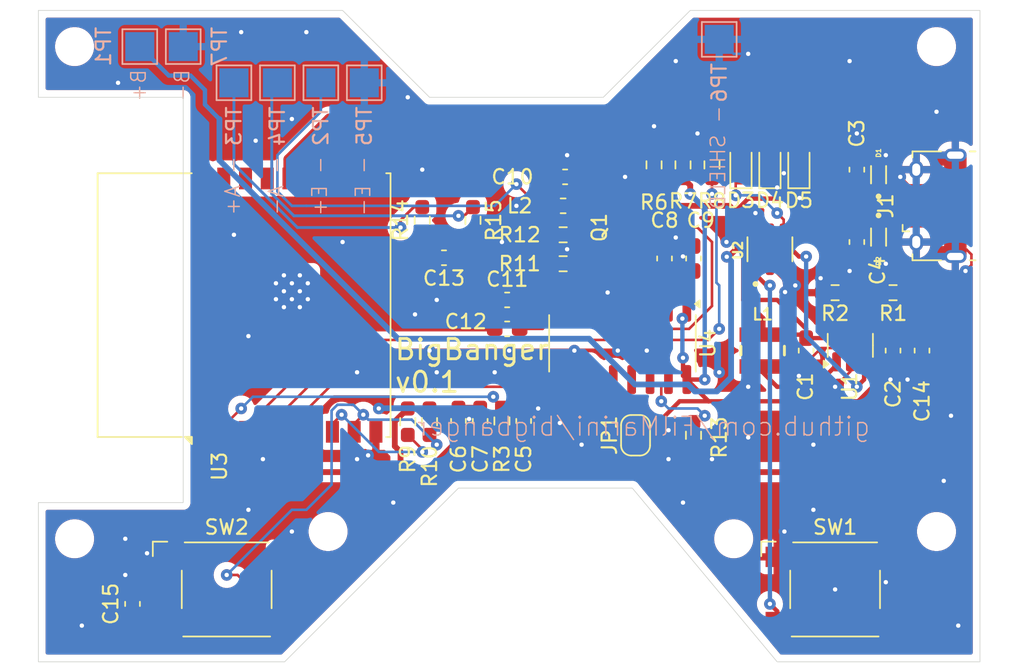
<source format=kicad_pcb>
(kicad_pcb (version 20240108) (generator "pcbnew") (generator_version "8.0")
  (layers (0 "F.Cu" signal) (31 "B.Cu" signal) (34 "B.Paste" user) (35 "F.Paste" user) (36 "B.SilkS" user "B.Silkscreen") (37 "F.SilkS" user "F.Silkscreen") (38 "B.Mask" user) (39 "F.Mask" user) (44 "Edge.Cuts" user))
  (net 0 "")
  (net 1 "GND")
  (net 2 "/BATT3V")
  (net 3 "/3V3")
  (net 4 "/D+")
  (net 5 "/D-")
  (net 6 "Net-(U3-EN)")
  (net 7 "Net-(U4-VBG)")
  (net 8 "/AVDD")
  (net 9 "/HXA+")
  (net 10 "/HXA-")
  (net 11 "Net-(D3-A)")
  (net 12 "/A3V3EN")
  (net 13 "Net-(D4-A)")
  (net 14 "Net-(D5-A)")
  (net 17 "Net-(JP1-A)")
  (net 18 "Net-(U1-SW)")
  (net 19 "Net-(U4-AVDD)")
  (net 20 "Net-(U4-BASE)")
  (net 21 "Net-(U1-V_{FB})")
  (net 22 "unconnected-(U3-IO21{slash}TXD-Pad12)")
  (net 23 "unconnected-(U3-IO20{slash}RXD-Pad11)")
  (net 24 "/GPIO4")
  (net 25 "/GPIO8")
  (net 26 "/GPIO9")
  (net 27 "Net-(U4-VFB)")
  (net 28 "/A+")
  (net 29 "/A-")
  (net 30 "/SWOUT")
  (net 31 "/GPIO3")
  (net 32 "/3V3EN")
  (net 37 "/HXSCLK")
  (net 39 "/HXSDATA")
  (footprint "Resistor_SMD:R_0603_1608Metric_Pad0.98x0.95mm_HandSolder" (layer "F.Cu") (at 109 69.5 180)
    (property "Reference" "R1")
    (property "Value" "976k")
  )
  (footprint "Capacitor_SMD:C_0603_1608Metric_Pad1.08x0.95mm_HandSolder" (layer "F.Cu") (at 103 73.5 -90)
    (property "Reference" "C1")
    (property "Value" "4u7")
  )
  (footprint "Resistor_SMD:R_0603_1608Metric_Pad0.98x0.95mm_HandSolder" (layer "F.Cu") (at 80 64.5 -90)
    (property "Reference" "R15")
    (property "Value" "100")
  )
  (footprint "RF_Module:ESP32-C3-WROOM-02" (layer "F.Cu") (at 67.3 70.36 90)
    (property "Reference" "U3")
    (property "Value" "ESP32-C3-WROOM-02")
  )
  (footprint "Resistor_SMD:R_0603_1608Metric_Pad0.98x0.95mm_HandSolder" (layer "F.Cu") (at 105 69.5 180)
    (property "Reference" "R2")
    (property "Value" "562k")
  )
  (footprint "mod:TVS_LESD5D5.0CT1G" (layer "F.Cu") (at 108 65.66 -90)
    (property "Reference" "D2")
    (property "Value" "LESD5D5.0CT1G")
  )
  (footprint "Capacitor_SMD:C_0603_1608Metric_Pad1.08x0.95mm_HandSolder" (layer "F.Cu") (at 78 67.0875 180)
    (property "Reference" "C13")
    (property "Value" "100n")
  )
  (footprint "Capacitor_SMD:C_0603_1608Metric_Pad1.08x0.95mm_HandSolder" (layer "F.Cu") (at 86.3625 61.5)
    (property "Reference" "C10")
    (property "Value" "100n")
  )
  (footprint "Capacitor_SMD:C_0603_1608Metric_Pad1.08x0.95mm_HandSolder" (layer "F.Cu") (at 111 73.5 90)
    (property "Reference" "C14")
    (property "Value" "100n")
  )
  (footprint "Capacitor_SMD:C_0603_1608Metric_Pad1.08x0.95mm_HandSolder" (layer "F.Cu") (at 82.3625 72)
    (property "Reference" "C12")
    (property "Value" "22p")
  )
  (footprint "mod:WE-TPC_2813" (layer "F.Cu") (at 100 73.5)
    (property "Reference" "L1")
    (property "Value" "WE-TPC_2813")
  )
  (footprint "Resistor_SMD:R_0603_1608Metric_Pad0.98x0.95mm_HandSolder" (layer "F.Cu") (at 75.5 78.4125 -90)
    (property "Reference" "R9")
    (property "Value" "10k")
  )
  (footprint "Resistor_SMD:R_0603_1608Metric_Pad0.98x0.95mm_HandSolder" (layer "F.Cu") (at 96.5 60.67 90)
    (property "Reference" "R8")
    (property "Value" "4k7")
  )
  (footprint "Inductor_SMD:L_0603_1608Metric_Pad1.05x0.95mm_HandSolder" (layer "F.Cu") (at 86.225 63.5)
    (property "Reference" "L2")
    (property "Value" "3u3")
  )
  (footprint "Resistor_SMD:R_0603_1608Metric_Pad0.98x0.95mm_HandSolder" (layer "F.Cu") (at 95.225 79.35 -90)
    (property "Reference" "R13")
    (property "Value" "10k")
  )
  (footprint "Capacitor_SMD:C_0603_1608Metric_Pad1.08x0.95mm_HandSolder" (layer "F.Cu") (at 82.3625 70)
    (property "Reference" "C11")
    (property "Value" "22p")
  )
  (footprint "Resistor_SMD:R_0603_1608Metric_Pad0.98x0.95mm_HandSolder" (layer "F.Cu") (at 92.5 60.67 90)
    (property "Reference" "R6")
    (property "Value" "4k7")
  )
  (footprint "MountingHole:MountingHole_2.2mm_M2" (layer "F.Cu") (at 52.5 86.5)
    (property "Reference" "H2" (hide yes))
    (property "Value" "MountingHole")
  )
  (footprint "Package_SO:SOP-16_3.9x9.9mm_P1.27mm" (layer "F.Cu") (at 90.32 73 -90)
    (property "Reference" "U4")
    (property "Value" "HX711")
  )
  (footprint "Capacitor_SMD:C_0603_1608Metric_Pad1.08x0.95mm_HandSolder" (layer "F.Cu") (at 79 78.3625 -90)
    (property "Reference" "C6")
    (property "Value" "100n")
  )
  (footprint "Resistor_SMD:R_0603_1608Metric_Pad0.98x0.95mm_HandSolder" (layer "F.Cu") (at 82 78.3625 90)
    (property "Reference" "R3")
    (property "Value" "10k")
  )
  (footprint "MountingHole:MountingHole_2.2mm_M2" (layer "F.Cu") (at 98 86.5)
    (property "Reference" "H5" (hide yes))
    (property "Value" "MountingHole")
  )
  (footprint "Connector_USB:USB_Micro-B_Amphenol_10118194-0001LF_Horizontal" (layer "F.Cu") (at 112 63.5 90)
    (property "Reference" "J1")
    (property "Value" "USB_B_Micro")
  )
  (footprint "Resistor_SMD:R_0603_1608Metric_Pad0.98x0.95mm_HandSolder" (layer "F.Cu") (at 76.5 64.5 -90)
    (property "Reference" "R14")
    (property "Value" "100")
  )
  (footprint "Button_Switch_SMD:SW_SPST_Omron_B3FS-101xP" (layer "F.Cu") (at 63 90)
    (property "Reference" "SW2")
    (property "Value" "SW_Omron_B3FS")
  )
  (footprint "LED_SMD:LED_0603_1608Metric_Pad1.05x0.95mm_HandSolder" (layer "F.Cu") (at 100.5 60.625 90)
    (property "Reference" "D4")
    (property "Value" "LED")
  )
  (footprint "Capacitor_SMD:C_0603_1608Metric_Pad1.08x0.95mm_HandSolder" (layer "F.Cu") (at 109 73.5 90)
    (property "Reference" "C2")
    (property "Value" "10u")
  )
  (footprint "Capacitor_SMD:C_0603_1608Metric_Pad1.08x0.95mm_HandSolder" (layer "F.Cu") (at 93.225 67.1375 90)
    (property "Reference" "C8")
    (property "Value" "100n")
  )
  (footprint "Capacitor_SMD:C_0603_1608Metric_Pad1.08x0.95mm_HandSolder" (layer "F.Cu") (at 106.5 66 -90)
    (property "Reference" "C4")
    (property "Value" "22p")
  )
  (footprint "Resistor_SMD:R_0603_1608Metric_Pad0.98x0.95mm_HandSolder" (layer "F.Cu") (at 94.5 60.67 90)
    (property "Reference" "R7")
    (property "Value" "4k7")
  )
  (footprint "Capacitor_SMD:C_0603_1608Metric_Pad1.08x0.95mm_HandSolder" (layer "F.Cu") (at 56.5 91 -90)
    (property "Reference" "C15")
    (property "Value" "100n")
  )
  (footprint "Capacitor_SMD:C_0603_1608Metric_Pad1.08x0.95mm_HandSolder" (layer "F.Cu") (at 106.5 61 90)
    (property "Reference" "C3")
    (property "Value" "22p")
  )
  (footprint "Resistor_SMD:R_0603_1608Metric_Pad0.98x0.95mm_HandSolder" (layer "F.Cu") (at 77 78.4125 -90)
    (property "Reference" "R10")
    (property "Value" "10k")
  )
  (footprint "MountingHole:MountingHole_2.2mm_M2" (layer "F.Cu") (at 70 86)
    (property "Reference" "H6" (hide yes))
    (property "Value" "MountingHole")
  )
  (footprint "Resistor_SMD:R_0603_1608Metric_Pad0.98x0.95mm_HandSolder" (layer "F.Cu") (at 86.225 65.5 180)
    (property "Reference" "R12")
    (property "Value" "20k")
  )
  (footprint "Capacitor_SMD:C_0603_1608Metric_Pad1.08x0.95mm_HandSolder" (layer "F.Cu") (at 80.5 78.3625 -90)
    (property "Reference" "C7")
    (property "Value" "10u")
  )
  (footprint "MountingHole:MountingHole_2.2mm_M2" (layer "F.Cu") (at 52.5 52.5)
    (property "Reference" "H3" (hide yes))
    (property "Value" "MountingHole")
  )
  (footprint "Capacitor_SMD:C_0603_1608Metric_Pad1.08x0.95mm_HandSolder" (layer "F.Cu") (at 83.5 78.3625 -90)
    (property "Reference" "C5")
    (property "Value" "1u")
  )
  (footprint "MountingHole:MountingHole_2.2mm_M2" (layer "F.Cu") (at 112 86)
    (property "Reference" "H1" (hide yes))
    (property "Value" "MountingHole")
  )
  (footprint "Resistor_SMD:R_0603_1608Metric_Pad0.98x0.95mm_HandSolder" (layer "F.Cu") (at 86.225 67.5)
    (property "Reference" "R11")
    (property "Value" "8k2")
  )
  (footprint "mod:TVS_LESD5D5.0CT1G" (layer "F.Cu") (at 108 61.35 90)
    (property "Reference" "D1")
    (property "Value" "LESD5D5.0CT1G")
  )
  (footprint "Capacitor_SMD:C_0603_1608Metric_Pad1.08x0.95mm_HandSolder" (layer "F.Cu") (at 95.225 67.1375 90)
    (property "Reference" "C9")
    (property "Value" "10u")
  )
  (footprint "Button_Switch_SMD:SW_SPST_Omron_B3FS-101xP" (layer "F.Cu") (at 105 90)
    (property "Reference" "SW1")
    (property "Value" "SW_Omron_B3FS")
  )
  (footprint "LED_SMD:LED_0603_1608Metric_Pad1.05x0.95mm_HandSolder" (layer "F.Cu") (at 98.5 60.625 90)
    (property "Reference" "D3")
    (property "Value" "LED")
  )
  (footprint "Package_TO_SOT_SMD:SOT-23-6" (layer "F.Cu") (at 106.05 73.1375 90)
    (property "Reference" "U1")
    (property "Value" "MCP1640Bx-xCHY")
  )
  (footprint "MountingHole:MountingHole_2.2mm_M2" (layer "F.Cu") (at 112 52.5)
    (property "Reference" "H4" (hide yes))
    (property "Value" "MountingHole")
  )
  (footprint "LED_SMD:LED_0603_1608Metric_Pad1.05x0.95mm_HandSolder" (layer "F.Cu") (at 102.5 60.625 90)
    (property "Reference" "D5")
    (property "Value" "LED")
  )
  (footprint "Jumper:SolderJumper-2_P1.3mm_Open_RoundedPad1.0x1.5mm" (layer "F.Cu") (at 91.225 79.35 90)
    (property "Reference" "JP1")
    (property "Value" "Jumper_2_Bridged")
  )
  (footprint "mod:SOT95P275X110-6N" (layer "F.Cu") (at 100.5 66.5 90)
    (property "Reference" "U2")
    (property "Value" "MAX16054AZT_T")
  )
  (footprint "mod:SOT23-BEC" (layer "F.Cu") (at 90.225 67 90)
    (property "Reference" "Q1")
    (property "Value" "MMBT4403_")
  )
  (footprint "TestPoint:TestPoint_Pad_2.0x2.0mm" (layer "B.Cu") (at 97 52 -90)
    (property "Reference" "TP6")
    (property "Value" "SHIELD")
  )
  (footprint "TestPoint:TestPoint_Pad_2.0x2.0mm" (layer "B.Cu") (at 69.5 55 -90)
    (property "Reference" "TP2")
    (property "Value" "TestPoint")
  )
  (footprint "TestPoint:TestPoint_Pad_2.0x2.0mm" (layer "B.Cu") (at 66.5 55 -90)
    (property "Reference" "TP4")
    (property "Value" "TestPoint")
  )
  (footprint "TestPoint:TestPoint_Pad_2.0x2.0mm" (layer "B.Cu") (at 57 52.5 180)
    (property "Reference" "TP1")
    (property "Value" "BATTIN_TP")
  )
  (footprint "TestPoint:TestPoint_Pad_2.0x2.0mm" (layer "B.Cu") (at 60 52.5 180)
    (property "Reference" "TP7")
    (property "Value" "BATTGND")
  )
  (footprint "TestPoint:TestPoint_Pad_2.0x2.0mm" (layer "B.Cu") (at 63.5 55 -90)
    (property "Reference" "TP3")
    (property "Value" "TestPoint")
  )
  (footprint "TestPoint:TestPoint_Pad_2.0x2.0mm" (layer "B.Cu") (at 72.5 55 -90)
    (property "Reference" "TP5")
    (property "Value" "TestPoint")
  )
  (gr_poly (pts (xy 50 50) (xy 50 56) (xy 60 56) (xy 60 84) (xy 50 84) (xy 50 95) (xy 67 95) (xy 79 83) (xy 91 83) (xy 101 95) (xy 115 95) (xy 115 50) (xy 95 50) (xy 89 56) (xy 77 56) (xy 71 50)) (stroke (width 0.05)) (fill none) (layer "Edge.Cuts"))
  (gr_text "- SHIELD" (at 97.5 56.5 90) (layer "B.SilkS") (effects (font (size 1 1) (thickness 0.1)) (justify left bottom mirror)))
  (gr_text "- A+" (at 64 60 90) (layer "B.SilkS") (effects (font (size 1 1) (thickness 0.1)) (justify left bottom mirror)))
  (gr_text "- A-" (at 67 60 90) (layer "B.SilkS") (effects (font (size 1 1) (thickness 0.1)) (justify left bottom mirror)))
  (gr_text "- E-" (at 73 60 90) (layer "B.SilkS") (effects (font (size 1 1) (thickness 0.1)) (justify left bottom mirror)))
  (gr_text "B+" (at 57.5 54 90) (layer "B.SilkS") (effects (font (size 1 1) (thickness 0.1)) (justify left bottom mirror)))
  (gr_text "github.com/FilMarini/bigbanger" (at 107.5 79.5 0) (layer "B.SilkS") (effects (font (size 1.3 1.3) (thickness 0.1)) (justify left bottom mirror)))
  (gr_text "B-" (at 60.5 54 90) (layer "B.SilkS") (effects (font (size 1 1) (thickness 0.1)) (justify left bottom mirror)))
  (gr_text "- E+" (at 70 60 90) (layer "B.SilkS") (effects (font (size 1 1) (thickness 0.1)) (justify left bottom mirror)))
  (gr_text "BigBanger\nv0.1" (at 74.5 76.5 0) (layer "F.SilkS") (effects (font (size 1.4 1.4) (thickness 0.2) (bold yes)) (justify left bottom)))
  (segment (start 73.3 79.11) (end 73.3 80.2) (width 0.18) (layer "F.Cu") (net 1))
  (segment (start 85.5 61) (end 86.5 60) (width 0.18) (layer "F.Cu") (net 1))
  (segment (start 104.0875 69.5) (end 104.0875 68.5875) (width 0.18) (layer "F.Cu") (net 1))
  (segment (start 106.05 73.612501) (end 105.759999 73.3225) (width 0.18) (layer "F.Cu") (net 1))
  (segment (start 80.5 77.5) (end 80.456344 77.5) (width 0.18) (layer "F.Cu") (net 1))
  (segment (start 93.415 66.275) (end 94 65.69) (width 0.18) (layer "F.Cu") (net 1))
  (segment (start 106.5 60.1375) (end 106.5 58.5) (width 0.18) (layer "F.Cu") (net 1))
  (segment (start 87.1375 67.5) (end 87.1375 67.1375) (width 0.18) (layer "F.Cu") (net 1))
  (segment (start 85.5 61.5) (end 85.5 61) (width 0.18) (layer "F.Cu") (net 1))
  (segment (start 108 60.5) (end 108.5 60) (width 0.18) (layer "F.Cu") (net 1))
  (segment (start 100.5 61.5) (end 101.208597 61.5) (width 0.18) (layer "F.Cu") (net 1))
  (segment (start 111 74.5) (end 110 75.5) (width 0.18) (layer "F.Cu") (net 1))
  (segment (start 114.41 66.86) (end 114.41 67.59) (width 0.18) (layer "F.Cu") (net 1))
  (segment (start 56.5 90.1375) (end 56.5 89.5) (width 0.18) (layer "F.Cu") (net 1))
  (segment (start 108 67) (end 108.5 67.5) (width 0.18) (layer "F.Cu") (net 1))
  (segment (start 110.6 62.2) (end 113 62.2) (width 0.18) (layer "F.Cu") (net 1))
  (segment (start 114.075 66.525) (end 114.41 66.86) (width 0.18) (layer "F.Cu") (net 1))
  (segment (start 101.208597 61.5) (end 101.461738 61.246859) (width 0.18) (layer "F.Cu") (net 1))
  (segment (start 95.21863 66.275) (end 94.497588 66.996042) (width 0.18) (layer "F.Cu") (net 1))
  (segment (start 79 77.5) (end 79.00794 77.5) (width 0.18) (layer "F.Cu") (net 1))
  (segment (start 95.225 80.2625) (end 95.7625 80.2625) (width 0.18) (layer "F.Cu") (net 1))
  (segment (start 57.75 87.75) (end 57.5 87.5) (width 0.18) (layer "F.Cu") (net 1))
  (segment (start 109 74.3625) (end 109 75.32) (width 0.18) (layer "F.Cu") (net 1))
  (segment (start 92.225 74.500001) (end 91.224999 73.5) (width 0.18) (layer "F.Cu") (net 1))
  (segment (start 113.3 60.475) (end 113.3 66.525) (width 0.18) (layer "F.Cu") (net 1))
  (segment (start 91.224999 73.5) (end 90 73.5) (width 0.18) (layer "F.Cu") (net 1))
  (segment (start 102.5 61.5) (end 102.5 62.911054) (width 0.18) (layer "F.Cu") (net 1))
  (segment (start 113.3 66.525) (end 114.075 66.525) (width 0.18) (layer "F.Cu") (net 1))
  (segment (start 106.05 74.05) (end 106.05 74.5) (width 0.3) (layer "F.Cu") (net 1))
  (segment (start 67 87.75) (end 67 86.5) (width 0.18) (layer "F.Cu") (net 1))
  (segment (start 95.7625 80.2625) (end 96.5 81) (width 0.18) (layer "F.Cu") (net 1))
  (segment (start 108 66.32) (end 108 67) (width 0.18) (layer "F.Cu") (net 1))
  (segment (start 108 60.69) (end 108 60.5) (width 0.18) (layer "F.Cu") (net 1))
  (segment (start 103 74.75) (end 102.5 75.25) (width 0.18) (layer "F.Cu") (net 1))
  (segment (start 100.5 61.5) (end 100.5 61.73) (width 0.18) (layer "F.Cu") (net 1))
  (segment (start 106.05 74.95) (end 105 76) (width 0.18) (layer "F.Cu") (net 1))
  (segment (start 106.5 67.5) (end 106 68) (width 0.18) (layer "F.Cu") (net 1))
  (segment (start 102.5 62.911054) (end 102.544473 62.955527) (width 0.18) (layer "F.Cu") (net 1))
  (segment (start 56.5 89.5) (end 56 89) (width 0.18) (layer "F.Cu") (net 1))
  (segment (start 87.1375 67.1375) (end 86.5 66.5) (width 0.18) (layer "F.Cu") (net 1))
  (segment (start 101 87.75) (end 109 87.75) (width 0.18) (layer "F.Cu") (net 1))
  (segment (start 105.759999 73.3225) (end 104.04 73.3225) (width 0.18) (layer "F.Cu") (net 1))
  (segment (start 109 87.75) (end 109 89) (width 0.18) (layer "F.Cu") (net 1))
  (segment (start 92.225 75.5) (end 92.225 74.500001) (width 0.18) (layer "F.Cu") (net 1))
  (segment (start 59 87.75) (end 57.75 87.75) (width 0.18) (layer "F.Cu") (net 1))
  (segment (start 80.456344 77.5) (end 79.732142 78.224202) (width 0.18) (layer "F.Cu") (net 1))
  (segment (start 100.5 67.66) (end 101.544473 68.704473) (width 0.18) (layer "F.Cu") (net 1))
  (segment (start 103 74.3625) (end 103 74.75) (width 0.18) (layer "F.Cu") (net 1))
  (segment (start 113 62.2) (end 113.3 62.5) (width 0.18) (layer "F.Cu") (net 1))
  (segment (start 79.00794 77.5) (end 79.732142 78.224202) (width 0.18) (layer "F.Cu") (net 1))
  (segment (start 101.45 68.2) (end 102.25 69) (width 0.18) (layer "F.Cu") (net 1))
  (segment (start 104.0875 68.5875) (end 104 68.5) (width 0.18) (layer "F.Cu") (net 1))
  (segment (start 73.3 80.2) (end 72.763071 80.736929) (width 0.18) (layer "F.Cu") (net 1))
  (segment (start 101 87.75) (end 101 86.5) (width 0.18) (layer "F.Cu") (net 1))
  (segment (start 89.685 69.874012) (end 89.297094 69.486106) (width 0.18) (layer "F.Cu") (net 1))
  (segment (start 110.6 62.2) (end 110.2 62.2) (width 0.18) (layer "F.Cu") (net 1))
  (segment (start 111 74.3625) (end 111 74.5) (width 0.18) (layer "F.Cu") (net 1))
  (segment (start 100.5 61.73) (end 101 62.23) (width 0.18) (layer "F.Cu") (net 1))
  (segment (start 93.225 66.275) (end 93.415 66.275) (width 0.18) (layer "F.Cu") (net 1))
  (segment (start 106.05 74.5) (end 106.05 74.95) (width 0.18) (layer "F.Cu") (net 1))
  (segment (start 95.225 66.275) (end 95.21863 66.275) (width 0.18) (layer "F.Cu") (net 1))
  (segment (start 101.45 67.66) (end 101.45 68.2) (width 0.18) (layer "F.Cu") (net 1))
  (segment (start 106.05 74.275) (end 106.05 73.612501) (width 0.18) (layer "F.Cu") (net 1))
  (segment (start 67 86.5) (end 67.5 86) (width 0.18) (layer "F.Cu") (net 1))
  (segment (start 114.41 67.59) (end 114 68) (width 0.18) (layer "F.Cu") (net 1))
  (segment (start 109 75.32) (end 108.82 75.5) (width 0.18) (layer "F.Cu") (net 1))
  (segment (start 106.5 66.8625) (end 106.5 67.5) (width 0.18) (layer "F.Cu") (net 1))
  (segment (start 89.685 70.5) (end 89.685 69.874012) (width 0.18) (layer "F.Cu") (net 1))
  (segment (start 101.544473 68.704473) (end 101.544473 69.455527) (width 0.18) (layer "F.Cu") (net 1))
  (segment (start 104.04 73.3225) (end 103 74.3625) (width 0.18) (layer "F.Cu") (net 1))
  (segment (start 101 86.5) (end 101.5 86) (width 0.18) (layer "F.Cu") (net 1))
  (segment (start 109 89) (end 108.5 89.5) (width 0.18) (layer "F.Cu") (net 1))
  (segment (start 100.5 61.5) (end 100.108676 61.5) (width 0.18) (layer "F.Cu") (net 1))
  (segment (start 83.5 77.5) (end 84.5 77.5) (width 0.18) (layer "F.Cu") (net 1))
  (segment (start 110.2 62.2) (end 109.5 61.5) (width 0.18) (layer "F.Cu") (net 1))
  (via (at 101.461738 61.246859) (size 0.8) (drill 0.3) (layers "F.Cu" "B.Cu") (net 1))
  (via (at 86 78.5) (size 0.8) (drill 0.3) (layers "F.Cu" "B.Cu") (net 1))
  (via (at 113 78) (size 0.8) (drill 0.3) (layers "F.Cu" "B.Cu") (net 1))
  (via (at 87.5 80) (size 0.8) (drill 0.3) (layers "F.Cu" "B.Cu") (net 1))
  (via (at 95.5 58.5) (size 0.8) (drill 0.3) (layers "F.Cu" "B.Cu") (net 1))
  (via (at 104 68.5) (size 0.8) (drill 0.3) (layers "F.Cu" "B.Cu") (net 1))
  (via (at 92.5 58) (size 0.8) (drill 0.3) (layers "F.Cu" "B.Cu") (net 1))
  (via (at 114 68) (size 0.8) (drill 0.3) (layers "F.Cu" "B.Cu") (net 1))
  (via (at 92 73.5) (size 0.8) (drill 0.3) (layers "F.Cu" "B.Cu") (net 1))
  (via (at 97 75) (size 0.8) (drill 0.3) (layers "F.Cu" "B.Cu") (net 1))
  (via (at 63.5 65.5) (size 0.8) (drill 0.3) (layers "F.Cu" "B.Cu") (net 1))
  (via (at 94 53.5) (size 0.8) (drill 0.3) (layers "F.Cu" "B.Cu") (net 1))
  (via (at 94.497588 66.996042) (size 0.8) (drill 0.3) (layers "F.Cu" "B.Cu") (net 1))
  (via (at 109.5 61.5) (size 0.8) (drill 0.3) (layers "F.Cu" "B.Cu") (net 1))
  (via (at 77.5 75) (size 0.8) (drill 0.3) (layers "F.Cu" "B.Cu") (net 1))
  (via (at 86.5 60) (size 0.8) (drill 0.3) (layers "F.Cu" "B.Cu") (net 1))
  (via (at 79.732142 78.224202) (size 0.8) (drill 0.3) (layers "F.Cu" "B.Cu") (net 1))
  (via (at 101 62.23) (size 0.8) (drill 0.3) (layers "F.Cu" "B.Cu") (net 1))
  (via (at 89.297094 69.486106) (size 0.8) (drill 0.3) (layers "F.Cu" "B.Cu") (net 1))
  (via (at 90 73.5) (size 0.8) (drill 0.3) (layers "F.Cu" "B.Cu") (net 1))
  (via (at 93.5 79) (size 0.8) (drill 0.3) (layers "F.Cu" "B.Cu") (net 1))
  (via (at 103.5 84.5) (size 0.8) (drill 0.3) (layers "F.Cu" "B.Cu") (net 1))
  (via (at 106 68) (size 0.8) (drill 0.3) (layers "F.Cu" "B.Cu") (net 1))
  (via (at 74.5 84) (size 0.8) (drill 0.3) (layers "F.Cu" "B.Cu") (net 1))
  (via (at 77.5 70) (size 0.8) (drill 0.3) (layers "F.Cu" "B.Cu") (net 1))
  (via (at 77 73.5) (size 0.8) (drill 0.3) (layers "F.Cu" "B.Cu") (net 1))
  (via (at 106.5 58.5) (size 0.8) (drill 0.3) (layers "F.Cu" "B.Cu") (net 1))
  (via (at 110 75.5) (size 0.8) (drill 0.3) (layers "F.Cu" "B.Cu") (net 1))
  (via (at 67.5 57.5) (size 0.8) (drill 0.3) (layers "F.Cu" "B.Cu") (net 1))
  (via (at 55.5 55) (size 0.8) (drill 0.3) (layers "F.Cu" "B.Cu") (net 1))
  (via (at 57.5 87.5) (size 0.8) (drill 0.3) (layers "F.Cu" "B.Cu") (net 1))
  (via (at 90.5 61.5) (size 0.8) (drill 0.3) (layers "F.Cu" "B.Cu") (net 1))
  (via (at 84.5 77.5) (size 0.8) (drill 0.3) (layers "F.Cu" "B.Cu") (net 1))
  (via (at 106 53.5) (size 0.8) (drill 0.3) (layers "F.Cu" "B.Cu") (net 1))
  (via (at 56 86.5) (size 0.8) (drill 0.3) (layers "F.Cu" "B.Cu") (net 1))
  (via (at 99.5 64) (size 0.8) (drill 0.3) (layers "F.Cu" "B.Cu") (net 1))
  (via (at 82 66) (size 0.8) (drill 0.3) (layers "F.Cu" "B.Cu") (net 1))
  (via (at 113.5 92.5) (size 0.8) (drill 0.3) (layers "F.Cu" "B.Cu") (net 1))
  (via (at 71 66) (size 0.8) (drill 0.3) (layers "F.Cu" "B.Cu") (net 1))
  (via (at 108.5 67.5) (size 0.8) (drill 0.3) (layers "F.Cu" "B.Cu") (net 1))
  (via (at 101.544473 69.455527) (size 0.8) (drill 0.3) (layers "F.Cu" "B.Cu") (net 1))
  (via (at 102.544473 62.955527) (size 0.8) (drill 0.3) (layers "F.Cu" "B.Cu") (net 1))
  (via (at 83 63.5) (size 0.8) (drill 0.3) (layers "F.Cu" "B.Cu") (net 1))
  (via (at 72.763071 80.736929) (size 0.8) (drill 0.3) (layers "F.Cu" "B.Cu") (net 1))
  (via (at 81.5 75) (size 0.8) (drill 0.3) (layers "F.Cu" "B.Cu") (net 1))
  (via (at 105 76) (size 0.8) (drill 0.3) (layers "F.Cu" "B.Cu") (net 1))
  (via (at 67.5 86) (size 0.8) (drill 0.3) (layers "F.Cu" "B.Cu") (net 1))
  (via (at 64 51.5) (size 0.8) (drill 0.3) (layers "F.Cu" "B.Cu") (net 1))
  (via (at 102.5 75.25) (size 0.8) (drill 0.3) (layers "F.Cu" "B.Cu") (net 1))
  (via (at 99 53) (size 0.8) (drill 0.3) (layers "F.Cu" "B.Cu") (net 1))
  (via (at 76 71) (size 0.8) (drill 0.3) (layers "F.Cu" "B.Cu") (net 1))
  (via (at 73.5 77.5) (size 0.8) (drill 0.3) (layers "F.Cu" "B.Cu") (net 1))
  (via (at 93.5 81) (size 0.8) (drill 0.3) (layers "F.Cu" "B.Cu") (net 1))
  (via (at 97.5 66) (size 0.8) (drill 0.3) (layers "F.Cu" "B.Cu") (net 1))
  (via (at 53 92.5) (size 0.8) (drill 0.3) (layers "F.Cu" "B.Cu") (net 1))
  (via (at 101.5 86) (size 0.8) (drill 0.3) (layers "F.Cu" "B.Cu") (net 1))
  (via (at 108.5 89.5) (size 0.8) (drill 0.3) (layers "F.Cu" "B.Cu") (net 1))
  (via (at 99 76) (size 0.8) (drill 0.3) (layers "F.Cu" "B.Cu") (net 1))
  (via (at 64.5 72.5) (size 0.8) (drill 0.3) (layers "F.Cu" "B.Cu") (net 1))
  (via (at 64.5 84.5) (size 0.8) (drill 0.3) (layers "F.Cu" "B.Cu") (net 1))
  (via (at 76.5 61) (size 0.8) (drill 0.3) (layers "F.Cu" "B.Cu") (net 1))
  (via (at 112.5 82.5) (size 0.8) (drill 0.3) (layers "F.Cu" "B.Cu") (net 1))
  (via (at 108.5 60) (size 0.8) (drill 0.3) (layers "F.Cu" "B.Cu") (net 1))
  (via (at 87 73.5) (size 0.8) (drill 0.3) (layers "F.Cu" "B.Cu") (net 1))
  (via (at 72 81) (size 0.8) (drill 0.3) (layers "F.Cu" "B.Cu") (net 1))
  (via (at 105 90) (size 0.8) (drill 0.3) (layers "F.Cu" "B.Cu") (net 1))
  (via (at 82.5 73.5) (size 0.8) (drill 0.3) (layers "F.Cu" "B.Cu") (net 1))
  (via (at 96.5 81) (size 0.8) (drill 0.3) (layers "F.Cu" "B.Cu") (net 1))
  (via (at 103.5 80) (size 0.8) (drill 0.3) (layers "F.Cu" "B.Cu") (net 1))
  (via (at 112 57) (size 0.8) (drill 0.3) (layers "F.Cu" "B.Cu") (net 1))
  (via (at 65.5 81) (size 0.8) (drill 0.3) (layers "F.Cu" "B.Cu") (net 1))
  (via (at 99 79.5) (size 0.8) (drill 0.3) (layers "F.Cu" "B.Cu") (net 1))
  (via (at 94.5 84) (size 0.8) (drill 0.3) (layers "F.Cu" "B.Cu") (net 1))
  (via (at 75.5 56) (size 0.8) (drill 0.3) (layers "F.Cu" "B.Cu") (net 1))
  (via (at 86.5 66.5) (size 0.8) (drill 0.3) (layers "F.Cu" "B.Cu") (net 1))
  (via (at 72 75) (size 0.8) (drill 0.3) (layers "F.Cu" "B.Cu") (net 1))
  (via (at 56 89) (size 0.8) (drill 0.3) (layers "F.Cu" "B.Cu") (net 1))
  (via (at 102.25 69) (size 0.8) (drill 0.3) (layers "F.Cu" "B.Cu") (net 1))
  (via (at 108.82 75.5) (size 0.8) (drill 0.3) (layers "F.Cu" "B.Cu") (net 1))
  (via (at 94 65.69) (size 0.8) (drill 0.3) (layers "F.Cu" "B.Cu") (net 1))
  (via (at 68.5 51.5) (size 0.8) (drill 0.3) (layers "F.Cu" "B.Cu") (net 1))
  (via (at 65 59) (size 0.8) (drill 0.3) (layers "F.Cu" "B.Cu") (net 1))
  (segment (start 63 52.5) (end 64 51.5) (width 0.18) (layer "B.Cu") (net 1))
  (segment (start 72.5 55) (end 74.5 55) (width 0.4) (layer "B.Cu") (net 1))
  (segment (start 98 53) (end 99 53) (width 0.18) (layer "B.Cu") (net 1))
  (segment (start 97 52) (end 98 53) (width 0.18) (layer "B.Cu") (net 1))
  (segment (start 74.5 55) (end 75.5 56) (width 0.4) (layer "B.Cu") (net 1))
  (segment (start 60 52.5) (end 63 52.5) (width 0.18) (layer "B.Cu") (net 1))
  (segment (start 98.71 70) (end 98.71 66) (width 0.4) (layer "F.Cu") (net 2))
  (segment (start 99 63) (end 101.5 63) (width 0.3) (layer "F.Cu") (net 2))
  (segment (start 99.55 65.34) (end 98.89 66) (width 0.4) (layer "F.Cu") (net 2))
  (segment (start 104.945 66.445) (end 104.945 68) (width 0.3) (layer "F.Cu") (net 2))
  (segment (start 104.945 68) (end 104.945 72.07) (width 0.3) (layer "F.Cu") (net 2))
  (segment (start 104.6875 72.6375) (end 105.1 72.225) (width 0.3) (layer "F.Cu") (net 2))
  (segment (start 104.945 72.07) (end 105.1 72.225) (width 0.3) (layer "F.Cu") (net 2))
  (segment (start 103 72.6375) (end 103 72) (width 0.3) (layer "F.Cu") (net 2))
  (segment (start 103 72.6375) (end 104.6875 72.6375) (width 0.3) (layer "F.Cu") (net 2))
  (segment (start 100 72.4) (end 102.7625 72.4) (width 0.3) (layer "F.Cu") (net 2))
  (segment (start 92.5 62.5) (end 92.5 61.5825) (width 0.4) (layer "F.Cu") (net 2))
  (segment (start 101.5 63) (end 104.945 66.445) (width 0.3) (layer "F.Cu") (net 2))
  (segment (start 98.659656 66) (end 98.71 66) (width 0.4) (layer "F.Cu") (net 2))
  (segment (start 103 72) (end 101 70) (width 0.3) (layer "F.Cu") (net 2))
  (segment (start 100 71.29) (end 98.71 70) (width 0.4) (layer "F.Cu") (net 2))
  (segment (start 101 70) (end 98.71 70) (width 0.3) (layer "F.Cu") (net 2))
  (segment (start 97.52 67.020003) (end 97.639653 67.020003) (width 0.4) (layer "F.Cu") (net 2))
  (segment (start 93.5 63.5) (end 92.5 62.5) (width 0.4) (layer "F.Cu") (net 2))
  (segment (start 97.639653 67.020003) (end 98.659656 66) (width 0.4) (layer "F.Cu") (net 2))
  (segment (start 98.89 66) (end 98.71 66) (width 0.4) (layer "F.Cu") (net 2))
  (segment (start 97.71 63.5) (end 93.5 63.5) (width 0.4) (layer "F.Cu") (net 2))
  (segment (start 102.7625 72.4) (end 103 72.6375) (width 0.3) (layer "F.Cu") (net 2))
  (segment (start 99.55 65.34) (end 97.71 63.5) (width 0.4) (layer "F.Cu") (net 2))
  (segment (start 100 72.4) (end 100 71.29) (width 0.4) (layer "F.Cu") (net 2))
  (segment (start 98.15 63.85) (end 99 63) (width 0.3) (layer "F.Cu") (net 2))
  (via (at 97.52 67.020003) (size 0.8) (drill 0.3) (layers "F.Cu" "B.Cu") (net 2))
  (segment (start 74.827378 72.68) (end 88.020344 72.68) (width 0.4) (layer "B.Cu") (net 2))
  (segment (start 62.5 57.510051) (end 62.5 60.352622) (width 0.4) (layer "B.Cu") (net 2))
  (segment (start 57 52.5) (end 59 54.5) (width 0.3) (layer "B.Cu") (net 2))
  (segment (start 60.5 54.5) (end 61.5 55.5) (width 0.3) (layer "B.Cu") (net 2))
  (segment (start 94.839656 75.839656) (end 95.32 76.32) (width 0.4) (layer "B.Cu") (net 2))
  (segment (start 96.839656 76.32) (end 97.82 75.339656) (width 0.4) (layer "B.Cu") (net 2))
  (segment (start 95.32 76.32) (end 96.839656 76.32) (width 0.4) (layer "B.Cu") (net 2))
  (segment (start 59 54.5) (end 60.5 54.5) (width 0.3) (layer "B.Cu") (net 2))
  (segment (start 97.82 67.320003) (end 97.52 67.020003) (width 0.4) (layer "B.Cu") (net 2))
  (segment (start 97.82 75.339656) (end 97.82 67.320003) (width 0.4) (layer "B.Cu") (net 2))
  (segment (start 88.020344 72.68) (end 91.18 75.839656) (width 0.4) (layer "B.Cu") (net 2))
  (segment (start 91.18 75.839656) (end 94.839656 75.839656) (width 0.4) (layer "B.Cu") (net 2))
  (segment (start 62.5 60.352622) (end 74.827378 72.68) (width 0.4) (layer "B.Cu") (net 2))
  (segment (start 62 57.010051) (end 62.5 57.510051) (width 0.3) (layer "B.Cu") (net 2))
  (segment (start 61.5 55.5) (end 61.5 56.5) (width 0.3) (layer "B.Cu") (net 2))
  (segment (start 61.5 56.5) (end 62 57) (width 0.3) (layer "B.Cu") (net 2))
  (segment (start 62 57) (end 62 57.010051) (width 0.3) (layer "B.Cu") (net 2))
  (segment (start 75 81.895) (end 63.545 81.895) (width 0.4) (layer "F.Cu") (net 3))
  (segment (start 91.225 78.7) (end 90.8 78.7) (width 0.3) (layer "F.Cu") (net 3))
  (segment (start 91.225 78.7) (end 92.564999 78.7) (width 0.3) (layer "F.Cu") (net 3))
  (segment (start 106.05 72) (end 106.05 72.662499) (width 0.3) (layer "F.Cu") (net 3))
  (segment (start 108.17 73.4675) (end 109 72.6375) (width 0.3) (layer "F.Cu") (net 3))
  (segment (start 94.5 74) (end 94.5 75.235) (width 0.3) (layer "F.Cu") (net 3))
  (segment (start 108 81) (end 108 75.588945) (width 0.4) (layer "F.Cu") (net 3))
  (segment (start 92.564999 78.7) (end 94.264999 77) (width 0.3) (layer "F.Cu") (net 3))
  (segment (start 80.5 79.225) (end 81.95 79.225) (width 0.3) (layer "F.Cu") (net 3))
  (segment (start 81.95 79.225) (end 82 79.275) (width 0.3) (layer "F.Cu") (net 3))
  (segment (start 107.105 81.895) (end 108 81) (width 0.4) (layer "F.Cu") (net 3))
  (segment (start 108 73.872952) (end 108 74) (width 0.3) (layer "F.Cu") (net 3))
  (segment (start 75 81.895) (end 107.105 81.895) (width 0.4) (layer "F.Cu") (net 3))
  (segment (start 108.17 73.83) (end 108 74) (width 0.3) (layer "F.Cu") (net 3))
  (segment (start 74.605 78.395) (end 74.605 80.105) (width 0.4) (layer "F.Cu") (net 3))
  (segment (start 74.605 80.105) (end 75 80.5) (width 0.4) (layer "F.Cu") (net 3))
  (segment (start 79 79.659656) (end 76.764656 81.895) (width 0.4) (layer "F.Cu") (net 3))
  (segment (start 94.264999 77) (end 96.265 77) (width 0.3) (layer "F.Cu") (net 3))
  (segment (start 106.588945 77) (end 96.265 77) (width 0.3) (layer "F.Cu") (net 3))
  (segment (start 94.765 68.46) (end 95.225 68) (width 0.3) (layer "F.Cu") (net 3))
  (segment (start 108 75.588945) (end 108 74) (width 0.4) (layer "F.Cu") (net 3))
  (segment (start 75 80.5) (end 75 81.895) (width 0.4) (layer "F.Cu") (net 3))
  (segment (start 93.225 68) (end 95.225 68) (width 0.3) (layer "F.Cu") (net 3))
  (segment (start 109.9125 71.0875) (end 109.9125 69.5) (width 0.3) (layer "F.Cu") (net 3))
  (segment (start 91.325 66.1) (end 93.225 68) (width 0.3) (layer "F.Cu") (net 3))
  (segment (start 79 79.225) (end 79 79.659656) (width 0.4) (layer "F.Cu") (net 3))
  (segment (start 96.265 77) (end 94.765 75.5) (width 0.3) (layer "F.Cu") (net 3))
  (segment (start 61.5 79.31) (end 61.3 79.11) (width 0.3) (layer "F.Cu") (net 3))
  (segment (start 108 75.588945) (end 106.588945 77) (width 0.3) (layer "F.Cu") (net 3))
  (segment (start 106.05 72.662499) (end 106.420001 73.0325) (width 0.3) (layer "F.Cu") (net 3))
  (segment (start 95 62.68) (end 95 62.0825) (width 0.4) (layer "F.Cu") (net 3))
  (segment (start 108.17 73.4675) (end 108.17 73.83) (width 0.3) (layer "F.Cu") (net 3))
  (segment (start 110 69.5) (end 111 70.5) (width 0.3) (layer "F.Cu") (net 3))
  (segment (start 91.325 66.05) (end 91.325 66.1) (width 0.3) (layer "F.Cu") (net 3))
  (segment (start 109 72) (end 109.9125 71.0875) (width 0.3) (layer "F.Cu") (net 3))
  (segment (start 75.5 77.5) (end 74.605 78.395) (width 0.4) (layer "F.Cu") (net 3))
  (segment (start 94.5 75.235) (end 94.765 75.5) (width 0.3) (layer "F.Cu") (net 3))
  (segment (start 109 72.6375) (end 111 72.6375) (width 0.3) (layer "F.Cu") (net 3))
  (segment (start 107.159548 73.0325) (end 108 73.872952) (width 0.3) (layer "F.Cu") (net 3))
  (segment (start 77 77.5) (end 75.5 77.5) (width 0.3) (layer "F.Cu") (net 3))
  (segment (start 94.765 70.5) (end 94.765 68.46) (width 0.3) (layer "F.Cu") (net 3))
  (segment (start 63.545 81.895) (end 61.3 79.65) (width 0.4) (layer "F.Cu") (net 3))
  (segment (start 94.765 70.5) (end 94.765 70.982801) (width 0.3) (layer "F.Cu") (net 3))
  (segment (start 79 79.225) (end 80.5 79.225) (width 0.3) (layer "F.Cu") (net 3))
  (segment (start 106.420001 73.0325) (end 107.159548 73.0325) (width 0.3) (layer "F.Cu") (net 3))
  (segment (start 111 70.5) (end 111 72.6375) (width 0.3) (layer "F.Cu") (net 3))
  (segment (start 96 75.5) (end 94.765 75.5) (width 0.3) (layer "F.Cu") (net 3))
  (segment (start 109 72.6375) (end 109 72) (width 0.3) (layer "F.Cu") (net 3))
  (segment (start 94.765 70.982801) (end 94.457801 71.29) (width 0.3) (layer "F.Cu") (net 3))
  (segment (start 77 77.5) (end 77.275 77.5) (width 0.3) (layer "F.Cu") (net 3))
  (segment (start 109.9125 69.5) (end 110 69.5) (width 0.3) (layer "F.Cu") (net 3))
  (segment (start 61.3 79.65) (end 61.3 79.11) (width 0.4) (layer "F.Cu") (net 3))
  (segment (start 95 62.0825) (end 94.5 61.5825) (width 0.4) (layer "F.Cu") (net 3))
  (segment (start 76.764656 81.895) (end 75 81.895) (width 0.4) (layer "F.Cu") (net 3))
  (via (at 94.457801 71.29) (size 0.8) (drill 0.3) (layers "F.Cu" "B.Cu") (net 3))
  (via (at 96 75.5) (size 0.8) (drill 0.3) (layers "F.Cu" "B.Cu") (net 3))
  (via (at 95 62.68) (size 0.8) (drill 0.3) (layers "F.Cu" "B.Cu") (net 3))
  (via (at 94.5 74) (size 0.8) (drill 0.3) (layers "F.Cu" "B.Cu") (net 3))
  (segment (start 94.457801 71.29) (end 94.457801 73.957801) (width 0.3) (layer "B.Cu") (net 3))
  (segment (start 96 64.911054) (end 96 75.5) (width 0.3) (layer "B.Cu") (net 3))
  (segment (start 96 64.911054) (end 96 63.68) (width 0.4) (layer "B.Cu") (net 3))
  (segment (start 96 63.68) (end 95 62.68) (width 0.4) (layer "B.Cu") (net 3))
  (segment (start 94.457801 73.957801) (end 94.5 74) (width 0.3) (layer "B.Cu") (net 3))
  (segment (start 110.6 63.5) (end 109.5 63.5) (width 0.4) (layer "F.Cu") (net 4))
  (segment (start 70.089104 57.515) (end 67.3 60.304104) (width 0.77) (layer "F.Cu") (net 4))
  (segment (start 109.5 63.5) (end 109 63) (width 0.4) (layer "F.Cu") (net 4))
  (segment (start 108 62.01) (end 108 63) (width 0.77) (layer "F.Cu") (net 4))
  (segment (start 88.799106 57.515) (end 70.089104 57.515) (width 0.77) (layer "F.Cu") (net 4))
  (segment (start 67.3 60.304104) (end 67.3 61.61) (width 0.77) (layer "F.Cu") (net 4))
  (segment (start 106.5 63) (end 105.685894 63) (width 0.77) (layer "F.Cu") (net 4))
  (segment (start 104.985 56.799106) (end 103.193454 55.00756) (width 0.77) (layer "F.Cu") (net 4))
  (segment (start 105.685894 63) (end 104.985 62.299106) (width 0.77) (layer "F.Cu") (net 4))
  (segment (start 104.985 62.299106) (end 104.985 56.799106) (width 0.77) (layer "F.Cu") (net 4))
  (segment (start 108 63) (end 106.5 63) (width 0.77) (layer "F.Cu") (net 4))
  (segment (start 106.5 61.8625) (end 106.5 63) (width 0.77) (layer "F.Cu") (net 4))
  (segment (start 91.306546 55.00756) (end 88.799106 57.515) (width 0.77) (layer "F.Cu") (net 4))
  (segment (start 109 63) (end 108 63) (width 0.77) (layer "F.Cu") (net 4))
  (segment (start 103.193454 55.00756) (end 91.306546 55.00756) (width 0.77) (layer "F.Cu") (net 4))
  (segment (start 106.5 64) (end 105.314106 64) (width 0.77) (layer "F.Cu") (net 5))
  (segment (start 108.5 64) (end 108.65 64.15) (width 0.4) (layer "F.Cu") (net 5))
  (segment (start 70.490892 58.485) (end 68.842947 60.132945) (width 0.77) (layer "F.Cu") (net 5))
  (segment (start 108 65) (end 108 64) (width 0.77) (layer "F.Cu") (net 5))
  (segment (start 108 64) (end 106.5 64) (width 0.77) (layer "F.Cu") (net 5))
  (segment (start 110.6 64.15) (end 108.65 64.15) (width 0.4) (layer "F.Cu") (net 5))
  (segment (start 106.5 65.1375) (end 106.5 64) (width 0.77) (layer "F.Cu") (net 5))
  (segment (start 108.5 64) (end 108 64) (width 0.77) (layer "F.Cu") (net 5))
  (segment (start 105.314106 64) (end 104.015 62.700894) (width 0.77) (layer "F.Cu") (net 5))
  (segment (start 104.015 62.700894) (end 104.015 57.200894) (width 0.77) (layer "F.Cu") (net 5))
  (segment (start 104.015 57.200894) (end 102.791666 55.97756) (width 0.77) (layer "F.Cu") (net 5))
  (segment (start 91.708334 55.97756) (end 89.200894 58.485) (width 0.77) (layer "F.Cu") (net 5))
  (segment (start 89.200894 58.485) (end 70.490892 58.485) (width 0.77) (layer "F.Cu") (net 5))
  (segment (start 102.791666 55.97756) (end 91.708334 55.97756) (width 0.77) (layer "F.Cu") (net 5))
  (segment (start 68.842947 61.567053) (end 68.8 61.61) (width 0.77) (layer "F.Cu") (net 5))
  (segment (start 68.842947 60.132945) (end 68.842947 61.567053) (width 0.77) (layer "F.Cu") (net 5))
  (segment (start 62.8 78.7) (end 64 77.5) (width 0.18) (layer "F.Cu") (net 6))
  (segment (start 81.403938 76.853938) (end 82 77.45) (width 0.18) (layer "F.Cu") (net 6))
  (segment (start 81.403938 76.69) (end 81.403938 76.853938) (width 0.18) (layer "F.Cu") (net 6))
  (segment (start 82 77.725) (end 83.5 79.225) (width 0.18) (layer "F.Cu") (net 6))
  (segment (start 82 77.45) (end 82 77.725) (width 0.18) (layer "F.Cu") (net 6))
  (segment (start 62.8 79.11) (end 62.8 78.7) (width 0.18) (layer "F.Cu") (net 6))
  (segment (start 62.8 79.11) (end 62.8 79.284922) (width 0.18) (layer "F.Cu") (net 6))
  (via (at 81.403938 76.69) (size 0.8) (drill 0.3) (layers "F.Cu" "B.Cu") (net 6))
  (via (at 64 77.5) (size 0.8) (drill 0.3) (layers "F.Cu" "B.Cu") (net 6))
  (segment (start 64 77.5) (end 64.81 76.69) (width 0.18) (layer "B.Cu") (net 6))
  (segment (start 64.81 76.69) (end 81.403938 76.69) (width 0.18) (layer "B.Cu") (net 6))
  (segment (start 88.915001 72) (end 94.919694 72) (width 0.18) (layer "F.Cu") (net 7))
  (segment (start 88.415 70.5) (end 88.415 71.499999) (width 0.18) (layer "F.Cu") (net 7))
  (segment (start 89 64.5) (end 89 63.275) (width 0.18) (layer "F.Cu") (net 7))
  (segment (start 89.5 65) (end 89 64.5) (width 0.18) (layer "F.Cu") (net 7))
  (segment (start 96.5 70.419694) (end 96.5 66) (width 0.18) (layer "F.Cu") (net 7))
  (segment (start 96.5 66) (end 95.5 65) (width 0.18) (layer "F.Cu") (net 7))
  (segment (start 89 63.275) (end 87.225 61.5) (width 0.18) (layer "F.Cu") (net 7))
  (segment (start 95.5 65) (end 89.5 65) (width 0.18) (layer "F.Cu") (net 7))
  (segment (start 94.919694 72) (end 96.5 70.419694) (width 0.18) (layer "F.Cu") (net 7))
  (segment (start 88.415 71.499999) (end 88.915001 72) (width 0.18) (layer "F.Cu") (net 7))
  (segment (start 87.735 69.235) (end 87.145 68.645) (width 0.18) (layer "F.Cu") (net 8))
  (segment (start 84.5 64.35) (end 85.35 63.5) (width 0.18) (layer "F.Cu") (net 8))
  (segment (start 87.48141 71.79) (end 87.735 71.53641) (width 0.18) (layer "F.Cu") (net 8))
  (segment (start 84.805 72) (end 85.015 71.79) (width 0.18) (layer "F.Cu") (net 8))
  (segment (start 87.735 71.53641) (end 87.735 69.235) (width 0.18) (layer "F.Cu") (net 8))
  (segment (start 85.196544 68.645) (end 84.5 67.948456) (width 0.18) (layer "F.Cu") (net 8))
  (segment (start 84.5 63.5) (end 85.35 63.5) (width 0.18) (layer "F.Cu") (net 8))
  (segment (start 87.145 68.645) (end 85.196544 68.645) (width 0.18) (layer "F.Cu") (net 8))
  (segment (start 83.225 70) (end 85.015 71.79) (width 0.18) (layer "F.Cu") (net 8))
  (segment (start 85.015 71.79) (end 87.48141 71.79) (width 0.18) (layer "F.Cu") (net 8))
  (segment (start 83.225 70) (end 83.225 72) (width 0.18) (layer "F.Cu") (net 8))
  (segment (start 83 62) (end 84.5 63.5) (width 0.18) (layer "F.Cu") (net 8))
  (segment (start 84.5 67.948456) (end 84.5 64.35) (width 0.18) (layer "F.Cu") (net 8))
  (segment (start 83.225 72) (end 84.805 72) (width 0.18) (layer "F.Cu") (net 8))
  (via (at 83 62) (size 0.8) (drill 0.3) (layers "F.Cu" "B.Cu") (net 8))
  (segment (start 66.5 62.5) (end 67 63) (width 0.18) (layer "B.Cu") (net 8))
  (segment (start 69.5 55) (end 69.5 57) (width 0.18) (layer "B.Cu") (net 8))
  (segment (start 67 63) (end 67.5 63.5) (width 0.18) (layer "B.Cu") (net 8))
  (segment (start 68.5 63.5) (end 81.5 63.5) (width 0.18) (layer "B.Cu") (net 8))
  (segment (start 66.5 60) (end 66.5 62.5) (width 0.18) (layer "B.Cu") (net 8))
  (segment (start 81.5 63.5) (end 83 62) (width 0.18) (layer "B.Cu") (net 8))
  (segment (start 67.5 63.5) (end 68.5 63.5) (width 0.18) (layer "B.Cu") (net 8))
  (segment (start 69.5 57) (end 66.5 60) (width 0.18) (layer "B.Cu") (net 8))
  (segment (start 83.2375 67.8625) (end 77.9125 67.8625) (width 0.2) (layer "F.Cu") (net 9))
  (segment (start 77.1375 67.0875) (end 77.1375 66.05) (width 0.2) (layer "F.Cu") (net 9))
  (segment (start 77.9125 67.8625) (end 77.1375 67.0875) (width 0.2) (layer "F.Cu") (net 9))
  (segment (start 77.1375 66.05) (end 76.5 65.4125) (width 0.2) (layer "F.Cu") (net 9))
  (segment (start 85.875 70.5) (end 83.2375 67.8625) (width 0.2) (layer "F.Cu") (net 9))
  (segment (start 86.215552 69.2) (end 85.2 69.2) (width 0.2) (layer "F.Cu") (net 10))
  (segment (start 86.5 69.855) (end 86.5 69.484448) (width 0.2) (layer "F.Cu") (net 10))
  (segment (start 78.8625 67.0875) (end 78.8625 66.55) (width 0.2) (layer "F.Cu") (net 10))
  (segment (start 83.0875 67.0875) (end 78.8625 67.0875) (width 0.2) (layer "F.Cu") (net 10))
  (segment (start 86.5 69.484448) (end 86.215552 69.2) (width 0.2) (layer "F.Cu") (net 10))
  (segment (start 78.8625 66.55) (end 80 65.4125) (width 0.2) (layer "F.Cu") (net 10))
  (segment (start 85.2 69.2) (end 83.0875 67.0875) (width 0.2) (layer "F.Cu") (net 10))
  (segment (start 87.145 70.5) (end 86.5 69.855) (width 0.2) (layer "F.Cu") (net 10))
  (segment (start 101.265 60.262578) (end 101.265 59.237422) (width 0.18) (layer "F.Cu") (net 11))
  (segment (start 92.5 59.7575) (end 94.6375 57.62) (width 0.18) (layer "F.Cu") (net 11))
  (segment (start 94.6375 57.62) (end 101.657402 57.62) (width 0.18) (layer "F.Cu") (net 11))
  (segment (start 101.657402 57.62) (end 103.265 59.227598) (width 0.18) (layer "F.Cu") (net 11))
  (segment (start 101.265 59.237422) (end 100.962578 58.935) (width 0.18) (layer "F.Cu") (net 11))
  (segment (start 103.265 60.262578) (end 102.962578 60.565) (width 0.18) (layer "F.Cu") (net 11))
  (segment (start 103.265 59.227598) (end 103.265 60.262578) (width 0.18) (layer "F.Cu") (net 11))
  (segment (start 100.962578 58.935) (end 99.315 58.935) (width 0.18) (layer "F.Cu") (net 11))
  (segment (start 101.567422 60.565) (end 101.265 60.262578) (width 0.18) (layer "F.Cu") (net 11))
  (segment (start 102.962578 60.565) (end 101.567422 60.565) (width 0.18) (layer "F.Cu") (net 11))
  (segment (start 99.315 58.935) (end 98.5 59.75) (width 0.18) (layer "F.Cu") (net 11))
  (segment (start 98.138399 61.861601) (end 98.5 61.5) (width 0.18) (layer "F.Cu") (net 12))
  (segment (start 101.45 64.45) (end 101 64) (width 0.18) (layer "F.Cu") (net 12))
  (segment (start 98.138399 62.772656) (end 98.138399 61.861601) (width 0.18) (layer "F.Cu") (net 12))
  (segment (start 101.495527 65.294473) (end 101.45 65.34) (width 0.18) (layer "F.Cu") (net 12))
  (segment (start 101.45 65.34) (end 101.45 64.45) (width 0.18) (layer "F.Cu") (net 12))
  (via (at 101 64) (size 0.8) (drill 0.3) (layers "F.Cu" "B.Cu") (net 12))
  (via (at 98.138399 62.772656) (size 0.8) (drill 0.3) (layers "F.Cu" "B.Cu") (net 12))
  (segment (start 99.772656 62.772656) (end 98.138399 62.772656) (width 0.18) (layer "B.Cu") (net 12))
  (segment (start 101 64) (end 99.772656 62.772656) (width 0.18) (layer "B.Cu") (net 12))
  (segment (start 94.5 59.7575) (end 95.3075 60.565) (width 0.18) (layer "F.Cu") (net 13))
  (segment (start 95.3075 60.565) (end 99.685 60.565) (width 0.18) (layer "F.Cu") (net 13))
  (segment (start 99.685 60.565) (end 100.5 59.75) (width 0.18) (layer "F.Cu") (net 13))
  (segment (start 102.5 59.75) (end 102.5 59) (width 0.18) (layer "F.Cu") (net 14))
  (segment (start 97.5 58) (end 96.5 59) (width 0.18) (layer "F.Cu") (net 14))
  (segment (start 96.5 59) (end 96.5 59.7575) (width 0.18) (layer "F.Cu") (net 14))
  (segment (start 101.5 58) (end 97.5 58) (width 0.18) (layer "F.Cu") (net 14))
  (segment (start 102.5 59) (end 101.5 58) (width 0.18) (layer "F.Cu") (net 14))
  (segment (start 95.5625 78.4375) (end 96 78) (width 0.18) (layer "F.Cu") (net 17))
  (segment (start 93.6625 80) (end 95.225 78.4375) (width 0.18) (layer "F.Cu") (net 17))
  (segment (start 91.225 80) (end 93.6625 80) (width 0.18) (layer "F.Cu") (net 17))
  (segment (start 93 75.995) (end 93.495 75.5) (width 0.18) (layer "F.Cu") (net 17))
  (segment (start 95.225 78.4375) (end 95.5625 78.4375) (width 0.18) (layer "F.Cu") (net 17))
  (segment (start 93 77) (end 93 75.995) (width 0.18) (layer "F.Cu") (net 17))
  (via (at 96 78) (size 0.8) (drill 0.3) (layers "F.Cu" "B.Cu") (net 17))
  (via (at 93 77) (size 0.8) (drill 0.3) (layers "F.Cu" "B.Cu") (net 17))
  (segment (start 95.5 77.5) (end 93.5 77.5) (width 0.18) (layer "B.Cu") (net 17))
  (segment (start 93.5 77.5) (end 93 77) (width 0.18) (layer "B.Cu") (net 17))
  (segment (start 96 78) (end 95.5 77.5) (width 0.18) (layer "B.Cu") (net 17))
  (segment (start 100 74.6) (end 100 75) (width 0.3) (layer "F.Cu") (net 18))
  (segment (start 100 75) (end 101 76) (width 0.3) (layer "F.Cu") (net 18))
  (segment (start 103.6 76) (end 105.1 74.5) (width 0.3) (layer "F.Cu") (net 18))
  (segment (start 101 76) (end 103.6 76) (width 0.3) (layer "F.Cu") (net 18))
  (segment (start 92.225 69.500001) (end 91.724999 69) (width 0.18) (layer "F.Cu") (net 19))
  (segment (start 90.5 69) (end 89.125 67.625) (width 0.18) (layer "F.Cu") (net 19))
  (segment (start 87.1375 63.5375) (end 87.1 63.5) (width 0.18) (layer "F.Cu") (net 19))
  (segment (start 88.6375 67) (end 87.1375 65.5) (width 0.18) (layer "F.Cu") (net 19))
  (segment (start 91.724999 69) (end 90.5 69) (width 0.18) (layer "F.Cu") (net 19))
  (segment (start 89.125 67) (end 88.6375 67) (width 0.18) (layer "F.Cu") (net 19))
  (segment (start 87.1375 65.5) (end 87.1375 63.5375) (width 0.18) (layer "F.Cu") (net 19))
  (segment (start 92.225 70.5) (end 92.225 69.500001) (width 0.18) (layer "F.Cu") (net 19))
  (segment (start 89.125 67.625) (end 89.125 67) (width 0.18) (layer "F.Cu") (net 19))
  (segment (start 91.325 67.95) (end 93.495 70.12) (width 0.18) (layer "F.Cu") (net 20))
  (segment (start 93.495 70.12) (end 93.495 70.5) (width 0.18) (layer "F.Cu") (net 20))
  (segment (start 105.9125 69.5) (end 105.9125 69.9125) (width 0.3) (layer "F.Cu") (net 21))
  (segment (start 108.0875 71.1375) (end 107 72.225) (width 0.3) (layer "F.Cu") (net 21))
  (segment (start 107 71) (end 107 72.225) (width 0.3) (layer "F.Cu") (net 21))
  (segment (start 108.0875 69.5) (end 108.0875 71.1375) (width 0.3) (layer "F.Cu") (net 21))
  (segment (start 105.9125 69.9125) (end 107 71) (width 0.3) (layer "F.Cu") (net 21))
  (segment (start 105.9125 69.5) (end 108.0875 69.5) (width 0.3) (layer "F.Cu") (net 21))
  (segment (start 70.3 61.91) (end 70.3 61.61) (width 0.18) (layer "F.Cu") (net 22))
  (segment (start 71.8 61.31) (end 71.8 61.61) (width 0.18) (layer "F.Cu") (net 23))
  (segment (start 64 78.81) (end 64.3 79.11) (width 0.18) (layer "F.Cu") (net 24))
  (segment (start 96.235 72.765) (end 97 72) (width 0.18) (layer "F.Cu") (net 24))
  (segment (start 70.345 72.765) (end 96.235 72.765) (width 0.18) (layer "F.Cu") (net 24))
  (segment (start 96.5 61.5825) (end 96.5825 61.5825) (width 0.18) (layer "F.Cu") (net 24))
  (segment (start 96.5 62.68) (end 96.5 61.5825) (width 0.18) (layer "F.Cu") (net 24))
  (segment (start 64.3 78.81) (end 70.345 72.765) (width 0.18) (layer "F.Cu") (net 24))
  (segment (start 64.3 79.11) (end 64.3 78.81) (width 0.18) (layer "F.Cu") (net 24))
  (via (at 97 72) (size 0.8) (drill 0.3) (layers "F.Cu" "B.Cu") (net 24))
  (via (at 96.5 62.68) (size 0.8) (drill 0.3) (layers "F.Cu" "B.Cu") (net 24))
  (segment (start 96.81 62.99) (end 96.5 62.68) (width 0.18) (layer "B.Cu") (net 24))
  (segment (start 97 71.495908) (end 97 69) (width 0.18) (layer "B.Cu") (net 24))
  (segment (start 97 69) (end 96.81 68.81) (width 0.18) (layer "B.Cu") (net 24))
  (segment (start 96.81 68.81) (end 96.81 62.99) (width 0.18) (layer "B.Cu") (net 24))
  (segment (start 97 72) (end 97 71.495908) (width 0.18) (layer "B.Cu") (net 24))
  (segment (start 76.5 80.325) (end 75.5 79.325) (width 0.18) (layer "F.Cu") (net 25))
  (segment (start 70.3 79.11) (end 70.3 78.561554) (width 0.18) (layer "F.Cu") (net 25))
  (segment (start 76.5 80.5) (end 76.5 80.325) (width 0.18) (layer "F.Cu") (net 25))
  (segment (start 70.3 78.561554) (end 70.931752 77.929802) (width 0.18) (layer "F.Cu") (net 25))
  (via (at 76.5 80.5) (size 0.8) (drill 0.3) (layers "F.Cu" "B.Cu") (net 25))
  (via (at 70.931752 77.929802) (size 0.8) (drill 0.3) (layers "F.Cu" "B.Cu") (net 25))
  (segment (start 70.931752 77.929802) (end 73.50195 80.5) (width 0.18) (layer "B.Cu") (net 25))
  (segment (start 73.50195 80.5) (end 76.5 80.5) (width 0.18) (layer "B.Cu") (net 25))
  (segment (start 67 92.25) (end 63.75 89) (width 0.18) (layer "F.Cu") (net 26))
  (segment (start 67 92.25) (end 59 92.25) (width 0.18) (layer "F.Cu") (net 26))
  (segment (start 77 79.5) (end 77.5 80) (width 0.18) (layer "F.Cu") (net 26))
  (segment (start 77 79.325) (end 77 79.5) (width 0.18) (layer "F.Cu") (net 26))
  (segment (start 71.8 78.561554) (end 72.431752 77.929802) (width 0.18) (layer "F.Cu") (net 26))
  (segment (start 59 92.25) (end 56.8875 92.25) (width 0.18) (layer "F.Cu") (net 26))
  (segment (start 71.8 79.11) (end 71.8 78.561554) (width 0.18) (layer "F.Cu") (net 26))
  (segment (start 63.75 89) (end 63 89) (width 0.18) (layer "F.Cu") (net 26))
  (segment (start 56.8875 92.25) (end 56.5 91.8625) (width 0.18) (layer "F.Cu") (net 26))
  (via (at 72.431752 77.929802) (size 0.8) (drill 0.3) (layers "F.Cu" "B.Cu") (net 26))
  (via (at 77.5 80) (size 0.8) (drill 0.3) (layers "F.Cu" "B.Cu") (net 26))
  (via (at 63 89) (size 0.8) (drill 0.3) (layers "F.Cu" "B.Cu") (net 26))
  (segment (start 63 89) (end 67.5 84.5) (width 0.18) (layer "B.Cu") (net 26))
  (segment (start 71.741752 77.239802) (end 72.431752 77.929802) (width 0.18) (layer "B.Cu") (net 26))
  (segment (start 68.5 84.5) (end 70.241752 82.758248) (width 0.18) (layer "B.Cu") (net 26))
  (segment (start 67.5 84.5) (end 68.5 84.5) (width 0.18) (layer "B.Cu") (net 26))
  (segment (start 77.5 80) (end 75.77 78.27) (width 0.18) (layer "B.Cu") (net 26))
  (segment (start 70.241752 77.643994) (end 70.645944 77.239802) (width 0.18) (layer "B.Cu") (net 26))
  (segment (start 70.241752 82.758248) (end 70.241752 77.643994) (width 0.18) (layer "B.Cu") (net 26))
  (segment (start 75.77 78.27) (end 72.77195 78.27) (width 0.18) (layer "B.Cu") (net 26))
  (segment (start 70.645944 77.239802) (end 71.741752 77.239802) (width 0.18) (layer "B.Cu") (net 26))
  (segment (start 72.431752 77.929802) (end 72.77195 78.27) (width 0.18) (layer "B.Cu") (net 26))
  (segment (start 89.07641 68.265) (end 86.0775 68.265) (width 0.18) (layer "F.Cu") (net 27))
  (segment (start 85.3125 67.5) (end 85.3125 65.5) (width 0.18) (layer "F.Cu") (net 27))
  (segment (start 90.955 70.5) (end 90.955 70.14359) (width 0.18) (layer "F.Cu") (net 27))
  (segment (start 86.0775 68.265) (end 85.3125 67.5) (width 0.18) (layer "F.Cu") (net 27))
  (segment (start 90.955 70.14359) (end 89.07641 68.265) (width 0.18) (layer "F.Cu") (net 27))
  (segment (start 75.9125 63.5875) (end 76.5 63.5875) (width 0.2) (layer "F.Cu") (net 28))
  (segment (start 75 64.5) (end 75.9125 63.5875) (width 0.2) (layer "F.Cu") (net 28))
  (segment (start 75 65) (end 75 64.5) (width 0.2) (layer "F.Cu") (net 28))
  (via (at 75 65) (size 0.8) (drill 0.3) (layers "F.Cu" "B.Cu") (net 28))
  (segment (start 63.5 55) (end 63.5 60.61723) (width 0.2) (layer "B.Cu") (net 28))
  (segment (start 67.88277 65) (end 75 65) (width 0.2) (layer "B.Cu") (net 28))
  (segment (start 63.5 60.61723) (end 67.88277 65) (width 0.2) (layer "B.Cu") (net 28))
  (segment (start 79 64.19) (end 79.3975 64.19) (width 0.2) (layer "F.Cu") (net 29))
  (segment (start 80 63.5875) (end 80.4125 63.5875) (width 0.2) (layer "F.Cu") (net 29))
  (segment (start 79.3975 64.19) (end 80 63.5875) (width 0.2) (layer "F.Cu") (net 29))
  (via (at 79 64.19) (size 0.8) (drill 0.3) (layers "F.Cu" "B.Cu") (net 29))
  (segment (start 66.11 62.661544) (end 67.638456 64.19) (width 0.2) (layer "B.Cu") (net 29))
  (segment (start 67.638456 64.19) (end 79 64.19) (width 0.2) (layer "B.Cu") (net 29))
  (segment (start 66.11 55.39) (end 66.11 62.661544) (width 0.2) (layer "B.Cu") (net 29))
  (segment (start 66.5 55) (end 66.11 55.39) (width 0.2) (layer "B.Cu") (net 29))
  (segment (start 100.5 69) (end 100.270001 69) (width 0.3) (layer "F.Cu") (net 30))
  (segment (start 100.270001 69) (end 99.55 68.279999) (width 0.3) (layer "F.Cu") (net 30))
  (segment (start 99.55 68.279999) (end 99.55 67.66) (width 0.3) (layer "F.Cu") (net 30))
  (segment (start 101 91.5) (end 100.5 91) (width 0.3) (layer "F.Cu") (net 30))
  (segment (start 101 92.25) (end 109 92.25) (width 0.3) (layer "F.Cu") (net 30))
  (segment (start 101 92.25) (end 101 91.5) (width 0.3) (layer "F.Cu") (net 30))
  (via (at 100.5 91) (size 0.8) (drill 0.3) (layers "F.Cu" "B.Cu") (net 30))
  (via (at 100.5 69) (size 0.8) (drill 0.3) (layers "F.Cu" "B.Cu") (net 30))
  (segment (start 100.5 91) (end 100.5 69) (width 0.3) (layer "B.Cu") (net 30))
  (segment (start 102.5 67) (end 101.81 66.31) (width 0.3) (layer "F.Cu") (net 32))
  (segment (start 101.81 66.31) (end 100.850001 66.31) (width 0.3) (layer "F.Cu") (net 32))
  (segment (start 100.850001 66.31) (end 100.5 65.959999) (width 0.3) (layer "F.Cu") (net 32))
  (segment (start 107 74.5) (end 107 75.5) (width 0.3) (layer "F.Cu") (net 32))
  (segment (start 103 67) (end 102.5 67) (width 0.3) (layer "F.Cu") (net 32))
  (segment (start 107 75.5) (end 106.5 76) (width 0.3) (layer "F.Cu") (net 32))
  (segment (start 100.5 65.959999) (end 100.5 65.34) (width 0.3) (layer "F.Cu") (net 32))
  (via (at 103 67) (size 0.8) (drill 0.3) (layers "F.Cu" "B.Cu") (net 32))
  (via (at 106.5 76) (size 0.8) (drill 0.3) (layers "F.Cu" "B.Cu") (net 32))
  (segment (start 106.5 76) (end 103 72.5) (width 0.3) (layer "B.Cu") (net 32))
  (segment (start 103 72.5) (end 103 67) (width 0.3) (layer "B.Cu") (net 32))
  (segment (start 65.8 78.81) (end 70.4 74.21) (width 0.18) (layer "F.Cu") (net 37))
  (segment (start 70.4 74.21) (end 88.124999 74.21) (width 0.18) (layer "F.Cu") (net 37))
  (segment (start 65.8 79.11) (end 65.8 78.81) (width 0.18) (layer "F.Cu") (net 37))
  (segment (start 88.124999 74.21) (end 88.415 74.500001) (width 0.18) (layer "F.Cu") (net 37))
  (segment (start 88.415 74.500001) (end 88.415 75.5) (width 0.18) (layer "F.Cu") (net 37))
  (segment (start 84.74859 76) (end 85.53859 76.79) (width 0.18) (layer "F.Cu") (net 39))
  (segment (start 89.685 75.85641) (end 89.685 75.5) (width 0.18) (layer "F.Cu") (net 39))
  (segment (start 85.53859 76.79) (end 88.75141 76.79) (width 0.18) (layer "F.Cu") (net 39))
  (segment (start 88.75141 76.79) (end 89.685 75.85641) (width 0.18) (layer "F.Cu") (net 39))
  (segment (start 67.3 79.11) (end 67.3 78.81) (width 0.18) (layer "F.Cu") (net 39))
  (segment (start 70.11 76) (end 84.74859 76) (width 0.18) (layer "F.Cu") (net 39))
  (segment (start 67.3 78.81) (end 70.11 76) (width 0.18) (layer "F.Cu") (net 39))
  (segment (start 67.3 79.11) (end 67.3 78.7) (width 0.4) (layer "F.Cu") (net 39))
  (zone (net 1) (net_name "GND") (layer "F.Cu") (priority 1) (connect_pads (clearance 0.5)) (min_thickness 0.25) (fill yes (thermal_gap 0.5) (thermal_bridge_width 0.5))
    (polygon (pts (xy 49.5 49.5) (xy 115.5 49.5) (xy 115.5 95.5) (xy 49.5 95.5)))
  )
  (zone (net 1) (net_name "GND") (layer "B.Cu") (connect_pads (clearance 0.5)) (min_thickness 0.25) (fill yes (thermal_gap 0.5) (thermal_bridge_width 0.5))
    (polygon (pts (xy 49.5 49.5) (xy 115.5 49.5) (xy 115.5 95.5) (xy 49.5 95.5)))
  )
)
</source>
